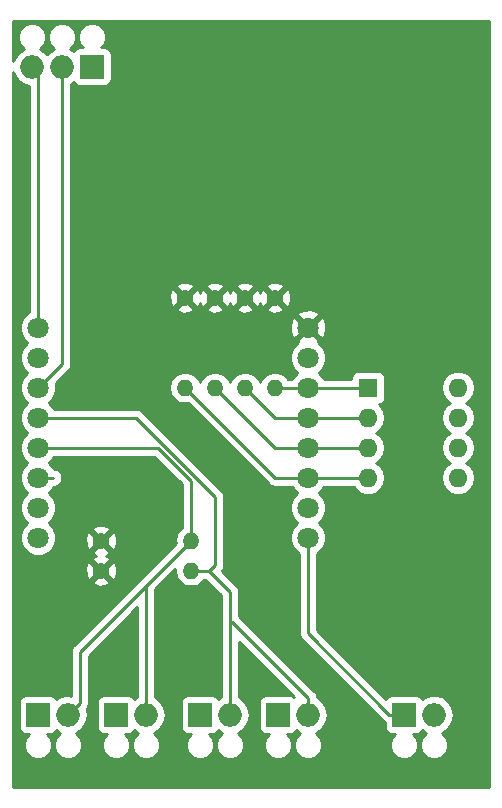
<source format=gtl>
G04 #@! TF.GenerationSoftware,KiCad,Pcbnew,5.0.2-bee76a0~70~ubuntu18.04.1*
G04 #@! TF.CreationDate,2019-04-08T15:23:50+01:00*
G04 #@! TF.ProjectId,Bump Stop,42756d70-2053-4746-9f70-2e6b69636164,rev?*
G04 #@! TF.SameCoordinates,Original*
G04 #@! TF.FileFunction,Copper,L1,Top*
G04 #@! TF.FilePolarity,Positive*
%FSLAX46Y46*%
G04 Gerber Fmt 4.6, Leading zero omitted, Abs format (unit mm)*
G04 Created by KiCad (PCBNEW 5.0.2-bee76a0~70~ubuntu18.04.1) date Mon Apr  8 15:23:50 2019*
%MOMM*%
%LPD*%
G01*
G04 APERTURE LIST*
G04 #@! TA.AperFunction,ComponentPad*
%ADD10C,1.800000*%
G04 #@! TD*
G04 #@! TA.AperFunction,ComponentPad*
%ADD11O,1.998980X1.998980*%
G04 #@! TD*
G04 #@! TA.AperFunction,ComponentPad*
%ADD12R,1.998980X1.998980*%
G04 #@! TD*
G04 #@! TA.AperFunction,ComponentPad*
%ADD13R,1.600000X1.600000*%
G04 #@! TD*
G04 #@! TA.AperFunction,ComponentPad*
%ADD14O,1.600000X1.600000*%
G04 #@! TD*
G04 #@! TA.AperFunction,ComponentPad*
%ADD15C,1.400000*%
G04 #@! TD*
G04 #@! TA.AperFunction,ComponentPad*
%ADD16O,1.400000X1.400000*%
G04 #@! TD*
G04 #@! TA.AperFunction,Conductor*
%ADD17C,0.250000*%
G04 #@! TD*
G04 #@! TA.AperFunction,Conductor*
%ADD18C,0.254000*%
G04 #@! TD*
G04 APERTURE END LIST*
D10*
G04 #@! TO.P,U1,8*
G04 #@! TO.N,Net-(U1-Pad8)*
X139954000Y-121666000D03*
G04 #@! TO.P,U1,9*
G04 #@! TO.N,Net-(J2-Pad1)*
X162814000Y-121666000D03*
G04 #@! TO.P,U1,7*
G04 #@! TO.N,Net-(U1-Pad7)*
X139954000Y-119126000D03*
G04 #@! TO.P,U1,10*
G04 #@! TO.N,Net-(U1-Pad10)*
X162814000Y-119126000D03*
G04 #@! TO.P,U1,6*
G04 #@! TO.N,Net-(U1-Pad6)*
X139954000Y-116586000D03*
G04 #@! TO.P,U1,11*
G04 #@! TO.N,Net-(R6-Pad2)*
X162814000Y-116586000D03*
G04 #@! TO.P,U1,5*
G04 #@! TO.N,Net-(J3-Pad2)*
X139954000Y-114046000D03*
G04 #@! TO.P,U1,12*
G04 #@! TO.N,Net-(R5-Pad2)*
X162814000Y-114046000D03*
G04 #@! TO.P,U1,4*
G04 #@! TO.N,Net-(J5-Pad2)*
X139954000Y-111506000D03*
G04 #@! TO.P,U1,13*
G04 #@! TO.N,Net-(R2-Pad2)*
X162814000Y-111506000D03*
G04 #@! TO.P,U1,3*
G04 #@! TO.N,Net-(J1-Pad2)*
X139954000Y-108966000D03*
G04 #@! TO.P,U1,14*
G04 #@! TO.N,Net-(R1-Pad2)*
X162814000Y-108966000D03*
G04 #@! TO.P,U1,2*
G04 #@! TO.N,GND*
X139954000Y-106426000D03*
G04 #@! TO.P,U1,15*
G04 #@! TO.N,Net-(U1-Pad15)*
X162814000Y-106426000D03*
G04 #@! TO.P,U1,1*
G04 #@! TO.N,+5V*
X139954000Y-103886000D03*
G04 #@! TO.P,U1,16*
G04 #@! TO.N,+3V3*
X162814000Y-103886000D03*
G04 #@! TD*
D11*
G04 #@! TO.P,J1,3*
G04 #@! TO.N,+5V*
X139446000Y-81788000D03*
D12*
G04 #@! TO.P,J1,1*
G04 #@! TO.N,GND*
X144526000Y-81788000D03*
D11*
G04 #@! TO.P,J1,2*
G04 #@! TO.N,Net-(J1-Pad2)*
X141986000Y-81788000D03*
G04 #@! TD*
G04 #@! TO.P,J2,2*
G04 #@! TO.N,GND*
X173482000Y-136652000D03*
D12*
G04 #@! TO.P,J2,1*
G04 #@! TO.N,Net-(J2-Pad1)*
X170942000Y-136652000D03*
G04 #@! TD*
D11*
G04 #@! TO.P,J3,2*
G04 #@! TO.N,Net-(J3-Pad2)*
X142494000Y-136652000D03*
D12*
G04 #@! TO.P,J3,1*
G04 #@! TO.N,GND*
X139954000Y-136652000D03*
G04 #@! TD*
D11*
G04 #@! TO.P,J4,2*
G04 #@! TO.N,Net-(J3-Pad2)*
X149098000Y-136652000D03*
D12*
G04 #@! TO.P,J4,1*
G04 #@! TO.N,GND*
X146558000Y-136652000D03*
G04 #@! TD*
D11*
G04 #@! TO.P,J5,2*
G04 #@! TO.N,Net-(J5-Pad2)*
X156210000Y-136652000D03*
D12*
G04 #@! TO.P,J5,1*
G04 #@! TO.N,GND*
X153670000Y-136652000D03*
G04 #@! TD*
D11*
G04 #@! TO.P,J6,2*
G04 #@! TO.N,Net-(J5-Pad2)*
X162814000Y-136652000D03*
D12*
G04 #@! TO.P,J6,1*
G04 #@! TO.N,GND*
X160274000Y-136652000D03*
G04 #@! TD*
D13*
G04 #@! TO.P,SW1,1*
G04 #@! TO.N,Net-(R1-Pad2)*
X167894000Y-108966000D03*
D14*
G04 #@! TO.P,SW1,5*
G04 #@! TO.N,GND*
X175514000Y-116586000D03*
G04 #@! TO.P,SW1,2*
G04 #@! TO.N,Net-(R2-Pad2)*
X167894000Y-111506000D03*
G04 #@! TO.P,SW1,6*
G04 #@! TO.N,GND*
X175514000Y-114046000D03*
G04 #@! TO.P,SW1,3*
G04 #@! TO.N,Net-(R5-Pad2)*
X167894000Y-114046000D03*
G04 #@! TO.P,SW1,7*
G04 #@! TO.N,GND*
X175514000Y-111506000D03*
G04 #@! TO.P,SW1,4*
G04 #@! TO.N,Net-(R6-Pad2)*
X167894000Y-116586000D03*
G04 #@! TO.P,SW1,8*
G04 #@! TO.N,GND*
X175514000Y-108966000D03*
G04 #@! TD*
D15*
G04 #@! TO.P,R1,1*
G04 #@! TO.N,+3V3*
X160020000Y-101346000D03*
D16*
G04 #@! TO.P,R1,2*
G04 #@! TO.N,Net-(R1-Pad2)*
X160020000Y-108966000D03*
G04 #@! TD*
D15*
G04 #@! TO.P,R2,1*
G04 #@! TO.N,+3V3*
X157480000Y-101346000D03*
D16*
G04 #@! TO.P,R2,2*
G04 #@! TO.N,Net-(R2-Pad2)*
X157480000Y-108966000D03*
G04 #@! TD*
D15*
G04 #@! TO.P,R3,1*
G04 #@! TO.N,+3V3*
X145288000Y-121920000D03*
D16*
G04 #@! TO.P,R3,2*
G04 #@! TO.N,Net-(J3-Pad2)*
X152908000Y-121920000D03*
G04 #@! TD*
D15*
G04 #@! TO.P,R4,1*
G04 #@! TO.N,+3V3*
X145288000Y-124460000D03*
D16*
G04 #@! TO.P,R4,2*
G04 #@! TO.N,Net-(J5-Pad2)*
X152908000Y-124460000D03*
G04 #@! TD*
D15*
G04 #@! TO.P,R5,1*
G04 #@! TO.N,+3V3*
X154940000Y-101346000D03*
D16*
G04 #@! TO.P,R5,2*
G04 #@! TO.N,Net-(R5-Pad2)*
X154940000Y-108966000D03*
G04 #@! TD*
D15*
G04 #@! TO.P,R6,1*
G04 #@! TO.N,+3V3*
X152400000Y-101346000D03*
D16*
G04 #@! TO.P,R6,2*
G04 #@! TO.N,Net-(R6-Pad2)*
X152400000Y-108966000D03*
G04 #@! TD*
D17*
G04 #@! TO.N,Net-(J1-Pad2)*
X141986000Y-106934000D02*
X139954000Y-108966000D01*
X141986000Y-81788000D02*
X141986000Y-106934000D01*
G04 #@! TO.N,+5V*
X139954000Y-82296000D02*
X139446000Y-81788000D01*
X139954000Y-103886000D02*
X139954000Y-82296000D01*
G04 #@! TO.N,Net-(J3-Pad2)*
X150114000Y-114046000D02*
X139954000Y-114046000D01*
X152908000Y-121920000D02*
X152908000Y-116840000D01*
X152908000Y-116840000D02*
X150114000Y-114046000D01*
X149098000Y-125730000D02*
X149098000Y-136652000D01*
X152908000Y-121920000D02*
X149098000Y-125730000D01*
X143493489Y-135652511D02*
X143493489Y-131334511D01*
X143493489Y-131334511D02*
X149098000Y-125730000D01*
X142494000Y-136652000D02*
X143493489Y-135652511D01*
G04 #@! TO.N,Net-(J5-Pad2)*
X152908000Y-124460000D02*
X153924000Y-124460000D01*
X153933001Y-124450999D02*
X154441001Y-124450999D01*
X153924000Y-124460000D02*
X153933001Y-124450999D01*
X154441001Y-124450999D02*
X154940000Y-123952000D01*
X141226792Y-111506000D02*
X139954000Y-111506000D01*
X148210410Y-111506000D02*
X141226792Y-111506000D01*
X154940000Y-118235590D02*
X148210410Y-111506000D01*
X154940000Y-123952000D02*
X154940000Y-118235590D01*
X154441001Y-124450999D02*
X154441001Y-124469001D01*
X154441001Y-124469001D02*
X156210000Y-126238000D01*
X156353492Y-128778000D02*
X156210000Y-128778000D01*
X162814000Y-136652000D02*
X162814000Y-135238508D01*
X162814000Y-135238508D02*
X156353492Y-128778000D01*
X156210000Y-126238000D02*
X156210000Y-128778000D01*
X156210000Y-128778000D02*
X156210000Y-136652000D01*
G04 #@! TO.N,Net-(R1-Pad2)*
X160020000Y-108966000D02*
X162814000Y-108966000D01*
X162814000Y-108966000D02*
X167894000Y-108966000D01*
G04 #@! TO.N,Net-(R2-Pad2)*
X160020000Y-111506000D02*
X162814000Y-111506000D01*
X157480000Y-108966000D02*
X160020000Y-111506000D01*
X164086792Y-111506000D02*
X167894000Y-111506000D01*
X162814000Y-111506000D02*
X164086792Y-111506000D01*
G04 #@! TO.N,Net-(R5-Pad2)*
X160020000Y-114046000D02*
X162814000Y-114046000D01*
X154940000Y-108966000D02*
X160020000Y-114046000D01*
X162814000Y-114046000D02*
X167894000Y-114046000D01*
G04 #@! TO.N,Net-(R6-Pad2)*
X160020000Y-116586000D02*
X162814000Y-116586000D01*
X152400000Y-108966000D02*
X160020000Y-116586000D01*
X162814000Y-116586000D02*
X167894000Y-116586000D01*
G04 #@! TO.N,Net-(J2-Pad1)*
X169692510Y-136652000D02*
X170942000Y-136652000D01*
X162814000Y-129773490D02*
X169692510Y-136652000D01*
X162814000Y-121666000D02*
X162814000Y-129773490D01*
G04 #@! TO.N,Net-(U1-Pad6)*
X139954000Y-116586000D02*
X141226792Y-116586000D01*
G04 #@! TD*
D18*
G04 #@! TO.N,+3V3*
G36*
X178106001Y-142800000D02*
X137870000Y-142800000D01*
X137870000Y-125395275D01*
X144532331Y-125395275D01*
X144594169Y-125631042D01*
X145095122Y-125807419D01*
X145625440Y-125778664D01*
X145981831Y-125631042D01*
X146043669Y-125395275D01*
X145288000Y-124639605D01*
X144532331Y-125395275D01*
X137870000Y-125395275D01*
X137870000Y-124267122D01*
X143940581Y-124267122D01*
X143969336Y-124797440D01*
X144116958Y-125153831D01*
X144352725Y-125215669D01*
X145108395Y-124460000D01*
X145467605Y-124460000D01*
X146223275Y-125215669D01*
X146459042Y-125153831D01*
X146635419Y-124652878D01*
X146606664Y-124122560D01*
X146459042Y-123766169D01*
X146223275Y-123704331D01*
X145467605Y-124460000D01*
X145108395Y-124460000D01*
X144352725Y-123704331D01*
X144116958Y-123766169D01*
X143940581Y-124267122D01*
X137870000Y-124267122D01*
X137870000Y-82243028D01*
X137906345Y-82425746D01*
X138267599Y-82966401D01*
X138808254Y-83327655D01*
X139194001Y-83404385D01*
X139194000Y-102539331D01*
X139084493Y-102584690D01*
X138652690Y-103016493D01*
X138419000Y-103580670D01*
X138419000Y-104191330D01*
X138652690Y-104755507D01*
X139053183Y-105156000D01*
X138652690Y-105556493D01*
X138419000Y-106120670D01*
X138419000Y-106731330D01*
X138652690Y-107295507D01*
X139053183Y-107696000D01*
X138652690Y-108096493D01*
X138419000Y-108660670D01*
X138419000Y-109271330D01*
X138652690Y-109835507D01*
X139053183Y-110236000D01*
X138652690Y-110636493D01*
X138419000Y-111200670D01*
X138419000Y-111811330D01*
X138652690Y-112375507D01*
X139053183Y-112776000D01*
X138652690Y-113176493D01*
X138419000Y-113740670D01*
X138419000Y-114351330D01*
X138652690Y-114915507D01*
X139053183Y-115316000D01*
X138652690Y-115716493D01*
X138419000Y-116280670D01*
X138419000Y-116891330D01*
X138652690Y-117455507D01*
X139053183Y-117856000D01*
X138652690Y-118256493D01*
X138419000Y-118820670D01*
X138419000Y-119431330D01*
X138652690Y-119995507D01*
X139053183Y-120396000D01*
X138652690Y-120796493D01*
X138419000Y-121360670D01*
X138419000Y-121971330D01*
X138652690Y-122535507D01*
X139084493Y-122967310D01*
X139648670Y-123201000D01*
X140259330Y-123201000D01*
X140823507Y-122967310D01*
X140935542Y-122855275D01*
X144532331Y-122855275D01*
X144594169Y-123091042D01*
X144852445Y-123181977D01*
X144594169Y-123288958D01*
X144532331Y-123524725D01*
X145288000Y-124280395D01*
X146043669Y-123524725D01*
X145981831Y-123288958D01*
X145723555Y-123198023D01*
X145981831Y-123091042D01*
X146043669Y-122855275D01*
X145288000Y-122099605D01*
X144532331Y-122855275D01*
X140935542Y-122855275D01*
X141255310Y-122535507D01*
X141489000Y-121971330D01*
X141489000Y-121727122D01*
X143940581Y-121727122D01*
X143969336Y-122257440D01*
X144116958Y-122613831D01*
X144352725Y-122675669D01*
X145108395Y-121920000D01*
X145467605Y-121920000D01*
X146223275Y-122675669D01*
X146459042Y-122613831D01*
X146635419Y-122112878D01*
X146606664Y-121582560D01*
X146459042Y-121226169D01*
X146223275Y-121164331D01*
X145467605Y-121920000D01*
X145108395Y-121920000D01*
X144352725Y-121164331D01*
X144116958Y-121226169D01*
X143940581Y-121727122D01*
X141489000Y-121727122D01*
X141489000Y-121360670D01*
X141333279Y-120984725D01*
X144532331Y-120984725D01*
X145288000Y-121740395D01*
X146043669Y-120984725D01*
X145981831Y-120748958D01*
X145480878Y-120572581D01*
X144950560Y-120601336D01*
X144594169Y-120748958D01*
X144532331Y-120984725D01*
X141333279Y-120984725D01*
X141255310Y-120796493D01*
X140854817Y-120396000D01*
X141255310Y-119995507D01*
X141489000Y-119431330D01*
X141489000Y-118820670D01*
X141255310Y-118256493D01*
X140854817Y-117856000D01*
X141255310Y-117455507D01*
X141300669Y-117346000D01*
X141301644Y-117346000D01*
X141523329Y-117301904D01*
X141774721Y-117133929D01*
X141942696Y-116882537D01*
X142001681Y-116586000D01*
X141942696Y-116289463D01*
X141774721Y-116038071D01*
X141523329Y-115870096D01*
X141301644Y-115826000D01*
X141300669Y-115826000D01*
X141255310Y-115716493D01*
X140854817Y-115316000D01*
X141255310Y-114915507D01*
X141300669Y-114806000D01*
X149799199Y-114806000D01*
X152148001Y-117154803D01*
X152148000Y-120822225D01*
X151945519Y-120957519D01*
X151650458Y-121399109D01*
X151546846Y-121920000D01*
X151594355Y-122158843D01*
X148613532Y-125139667D01*
X148613526Y-125139671D01*
X148613524Y-125139673D01*
X148550071Y-125182071D01*
X148507673Y-125245524D01*
X143009017Y-130744182D01*
X142945561Y-130786582D01*
X142903161Y-130850038D01*
X142903160Y-130850039D01*
X142777586Y-131037974D01*
X142718601Y-131334511D01*
X142733490Y-131409363D01*
X142733489Y-135033126D01*
X142654980Y-135017510D01*
X142333020Y-135017510D01*
X141856254Y-135112345D01*
X141510595Y-135343307D01*
X141411299Y-135194701D01*
X141201255Y-135054353D01*
X140953490Y-135005070D01*
X138954510Y-135005070D01*
X138706745Y-135054353D01*
X138496701Y-135194701D01*
X138356353Y-135404745D01*
X138307070Y-135652510D01*
X138307070Y-137651490D01*
X138356353Y-137899255D01*
X138496701Y-138109299D01*
X138706745Y-138249647D01*
X138954510Y-138298930D01*
X139171226Y-138298930D01*
X138949405Y-138520751D01*
X138769000Y-138956289D01*
X138769000Y-139427711D01*
X138949405Y-139863249D01*
X139282751Y-140196595D01*
X139718289Y-140377000D01*
X140189711Y-140377000D01*
X140625249Y-140196595D01*
X140958595Y-139863249D01*
X141139000Y-139427711D01*
X141139000Y-138956289D01*
X140958595Y-138520751D01*
X140736774Y-138298930D01*
X140953490Y-138298930D01*
X141201255Y-138249647D01*
X141411299Y-138109299D01*
X141510595Y-137960693D01*
X141839506Y-138180465D01*
X141822751Y-138187405D01*
X141489405Y-138520751D01*
X141309000Y-138956289D01*
X141309000Y-139427711D01*
X141489405Y-139863249D01*
X141822751Y-140196595D01*
X142258289Y-140377000D01*
X142729711Y-140377000D01*
X143165249Y-140196595D01*
X143498595Y-139863249D01*
X143679000Y-139427711D01*
X143679000Y-138956289D01*
X143498595Y-138520751D01*
X143165249Y-138187405D01*
X143148494Y-138180465D01*
X143672401Y-137830401D01*
X144033655Y-137289746D01*
X144160511Y-136652000D01*
X144063975Y-136166681D01*
X144209393Y-135949048D01*
X144253489Y-135727363D01*
X144253489Y-135727358D01*
X144268377Y-135652511D01*
X144253489Y-135577664D01*
X144253489Y-131649312D01*
X148338000Y-127564802D01*
X148338001Y-135194032D01*
X148114595Y-135343307D01*
X148015299Y-135194701D01*
X147805255Y-135054353D01*
X147557490Y-135005070D01*
X145558510Y-135005070D01*
X145310745Y-135054353D01*
X145100701Y-135194701D01*
X144960353Y-135404745D01*
X144911070Y-135652510D01*
X144911070Y-137651490D01*
X144960353Y-137899255D01*
X145100701Y-138109299D01*
X145310745Y-138249647D01*
X145558510Y-138298930D01*
X145775226Y-138298930D01*
X145553405Y-138520751D01*
X145373000Y-138956289D01*
X145373000Y-139427711D01*
X145553405Y-139863249D01*
X145886751Y-140196595D01*
X146322289Y-140377000D01*
X146793711Y-140377000D01*
X147229249Y-140196595D01*
X147562595Y-139863249D01*
X147743000Y-139427711D01*
X147743000Y-138956289D01*
X147562595Y-138520751D01*
X147340774Y-138298930D01*
X147557490Y-138298930D01*
X147805255Y-138249647D01*
X148015299Y-138109299D01*
X148114595Y-137960693D01*
X148443506Y-138180465D01*
X148426751Y-138187405D01*
X148093405Y-138520751D01*
X147913000Y-138956289D01*
X147913000Y-139427711D01*
X148093405Y-139863249D01*
X148426751Y-140196595D01*
X148862289Y-140377000D01*
X149333711Y-140377000D01*
X149769249Y-140196595D01*
X150102595Y-139863249D01*
X150283000Y-139427711D01*
X150283000Y-138956289D01*
X150102595Y-138520751D01*
X149769249Y-138187405D01*
X149752494Y-138180465D01*
X150276401Y-137830401D01*
X150637655Y-137289746D01*
X150764511Y-136652000D01*
X150637655Y-136014254D01*
X150276401Y-135473599D01*
X149858000Y-135194032D01*
X149858000Y-126044801D01*
X151572681Y-124330121D01*
X151546846Y-124460000D01*
X151650458Y-124980891D01*
X151945519Y-125422481D01*
X152387109Y-125717542D01*
X152776515Y-125795000D01*
X153039485Y-125795000D01*
X153428891Y-125717542D01*
X153870481Y-125422481D01*
X154006836Y-125218412D01*
X154044103Y-125210999D01*
X154108198Y-125210999D01*
X155450000Y-126552803D01*
X155450001Y-128703143D01*
X155435111Y-128778000D01*
X155450000Y-128852852D01*
X155450001Y-135194032D01*
X155226595Y-135343307D01*
X155127299Y-135194701D01*
X154917255Y-135054353D01*
X154669490Y-135005070D01*
X152670510Y-135005070D01*
X152422745Y-135054353D01*
X152212701Y-135194701D01*
X152072353Y-135404745D01*
X152023070Y-135652510D01*
X152023070Y-137651490D01*
X152072353Y-137899255D01*
X152212701Y-138109299D01*
X152422745Y-138249647D01*
X152670510Y-138298930D01*
X152887226Y-138298930D01*
X152665405Y-138520751D01*
X152485000Y-138956289D01*
X152485000Y-139427711D01*
X152665405Y-139863249D01*
X152998751Y-140196595D01*
X153434289Y-140377000D01*
X153905711Y-140377000D01*
X154341249Y-140196595D01*
X154674595Y-139863249D01*
X154855000Y-139427711D01*
X154855000Y-138956289D01*
X154674595Y-138520751D01*
X154452774Y-138298930D01*
X154669490Y-138298930D01*
X154917255Y-138249647D01*
X155127299Y-138109299D01*
X155226595Y-137960693D01*
X155555506Y-138180465D01*
X155538751Y-138187405D01*
X155205405Y-138520751D01*
X155025000Y-138956289D01*
X155025000Y-139427711D01*
X155205405Y-139863249D01*
X155538751Y-140196595D01*
X155974289Y-140377000D01*
X156445711Y-140377000D01*
X156881249Y-140196595D01*
X157214595Y-139863249D01*
X157395000Y-139427711D01*
X157395000Y-138956289D01*
X157214595Y-138520751D01*
X156881249Y-138187405D01*
X156864494Y-138180465D01*
X157388401Y-137830401D01*
X157749655Y-137289746D01*
X157876511Y-136652000D01*
X157749655Y-136014254D01*
X157388401Y-135473599D01*
X156970000Y-135194032D01*
X156970000Y-130469309D01*
X161623083Y-135122393D01*
X161521255Y-135054353D01*
X161273490Y-135005070D01*
X159274510Y-135005070D01*
X159026745Y-135054353D01*
X158816701Y-135194701D01*
X158676353Y-135404745D01*
X158627070Y-135652510D01*
X158627070Y-137651490D01*
X158676353Y-137899255D01*
X158816701Y-138109299D01*
X159026745Y-138249647D01*
X159274510Y-138298930D01*
X159491226Y-138298930D01*
X159269405Y-138520751D01*
X159089000Y-138956289D01*
X159089000Y-139427711D01*
X159269405Y-139863249D01*
X159602751Y-140196595D01*
X160038289Y-140377000D01*
X160509711Y-140377000D01*
X160945249Y-140196595D01*
X161278595Y-139863249D01*
X161459000Y-139427711D01*
X161459000Y-138956289D01*
X161278595Y-138520751D01*
X161056774Y-138298930D01*
X161273490Y-138298930D01*
X161521255Y-138249647D01*
X161731299Y-138109299D01*
X161830595Y-137960693D01*
X162159506Y-138180465D01*
X162142751Y-138187405D01*
X161809405Y-138520751D01*
X161629000Y-138956289D01*
X161629000Y-139427711D01*
X161809405Y-139863249D01*
X162142751Y-140196595D01*
X162578289Y-140377000D01*
X163049711Y-140377000D01*
X163485249Y-140196595D01*
X163818595Y-139863249D01*
X163999000Y-139427711D01*
X163999000Y-138956289D01*
X163818595Y-138520751D01*
X163485249Y-138187405D01*
X163468494Y-138180465D01*
X163992401Y-137830401D01*
X164353655Y-137289746D01*
X164480511Y-136652000D01*
X164353655Y-136014254D01*
X163992401Y-135473599D01*
X163580967Y-135198688D01*
X163574000Y-135163660D01*
X163574000Y-135163656D01*
X163529904Y-134941971D01*
X163361929Y-134690579D01*
X163298473Y-134648179D01*
X156970000Y-128319707D01*
X156970000Y-126312846D01*
X156984888Y-126237999D01*
X156970000Y-126163152D01*
X156970000Y-126163148D01*
X156925904Y-125941463D01*
X156836339Y-125807419D01*
X156800329Y-125753526D01*
X156800327Y-125753524D01*
X156757929Y-125690071D01*
X156694476Y-125647673D01*
X155511482Y-124464680D01*
X155655904Y-124248537D01*
X155700000Y-124026852D01*
X155700000Y-124026848D01*
X155714888Y-123952001D01*
X155700000Y-123877154D01*
X155700000Y-118310436D01*
X155714888Y-118235589D01*
X155700000Y-118160742D01*
X155700000Y-118160738D01*
X155655904Y-117939053D01*
X155579489Y-117824690D01*
X155530329Y-117751116D01*
X155530327Y-117751114D01*
X155487929Y-117687661D01*
X155424476Y-117645263D01*
X148800741Y-111021530D01*
X148758339Y-110958071D01*
X148506947Y-110790096D01*
X148285262Y-110746000D01*
X148285257Y-110746000D01*
X148210410Y-110731112D01*
X148135563Y-110746000D01*
X141300669Y-110746000D01*
X141255310Y-110636493D01*
X140854817Y-110236000D01*
X141255310Y-109835507D01*
X141489000Y-109271330D01*
X141489000Y-108966000D01*
X151038846Y-108966000D01*
X151142458Y-109486891D01*
X151437519Y-109928481D01*
X151879109Y-110223542D01*
X152268515Y-110301000D01*
X152531485Y-110301000D01*
X152638844Y-110279645D01*
X159429673Y-117070476D01*
X159472071Y-117133929D01*
X159535524Y-117176327D01*
X159535526Y-117176329D01*
X159660902Y-117260102D01*
X159723463Y-117301904D01*
X159945148Y-117346000D01*
X159945152Y-117346000D01*
X160019999Y-117360888D01*
X160094846Y-117346000D01*
X161467331Y-117346000D01*
X161512690Y-117455507D01*
X161913183Y-117856000D01*
X161512690Y-118256493D01*
X161279000Y-118820670D01*
X161279000Y-119431330D01*
X161512690Y-119995507D01*
X161913183Y-120396000D01*
X161512690Y-120796493D01*
X161279000Y-121360670D01*
X161279000Y-121971330D01*
X161512690Y-122535507D01*
X161944493Y-122967310D01*
X162054000Y-123012669D01*
X162054001Y-129698638D01*
X162039112Y-129773490D01*
X162054001Y-129848342D01*
X162098097Y-130070027D01*
X162266072Y-130321419D01*
X162329528Y-130363819D01*
X169102181Y-137136473D01*
X169144581Y-137199929D01*
X169295070Y-137300483D01*
X169295070Y-137651490D01*
X169344353Y-137899255D01*
X169484701Y-138109299D01*
X169694745Y-138249647D01*
X169942510Y-138298930D01*
X170159226Y-138298930D01*
X169937405Y-138520751D01*
X169757000Y-138956289D01*
X169757000Y-139427711D01*
X169937405Y-139863249D01*
X170270751Y-140196595D01*
X170706289Y-140377000D01*
X171177711Y-140377000D01*
X171613249Y-140196595D01*
X171946595Y-139863249D01*
X172127000Y-139427711D01*
X172127000Y-138956289D01*
X171946595Y-138520751D01*
X171724774Y-138298930D01*
X171941490Y-138298930D01*
X172189255Y-138249647D01*
X172399299Y-138109299D01*
X172498595Y-137960693D01*
X172827506Y-138180465D01*
X172810751Y-138187405D01*
X172477405Y-138520751D01*
X172297000Y-138956289D01*
X172297000Y-139427711D01*
X172477405Y-139863249D01*
X172810751Y-140196595D01*
X173246289Y-140377000D01*
X173717711Y-140377000D01*
X174153249Y-140196595D01*
X174486595Y-139863249D01*
X174667000Y-139427711D01*
X174667000Y-138956289D01*
X174486595Y-138520751D01*
X174153249Y-138187405D01*
X174136494Y-138180465D01*
X174660401Y-137830401D01*
X175021655Y-137289746D01*
X175148511Y-136652000D01*
X175021655Y-136014254D01*
X174660401Y-135473599D01*
X174119746Y-135112345D01*
X173642980Y-135017510D01*
X173321020Y-135017510D01*
X172844254Y-135112345D01*
X172498595Y-135343307D01*
X172399299Y-135194701D01*
X172189255Y-135054353D01*
X171941490Y-135005070D01*
X169942510Y-135005070D01*
X169694745Y-135054353D01*
X169484701Y-135194701D01*
X169414730Y-135299419D01*
X163574000Y-129458689D01*
X163574000Y-123012669D01*
X163683507Y-122967310D01*
X164115310Y-122535507D01*
X164349000Y-121971330D01*
X164349000Y-121360670D01*
X164115310Y-120796493D01*
X163714817Y-120396000D01*
X164115310Y-119995507D01*
X164349000Y-119431330D01*
X164349000Y-118820670D01*
X164115310Y-118256493D01*
X163714817Y-117856000D01*
X164115310Y-117455507D01*
X164160669Y-117346000D01*
X166675957Y-117346000D01*
X166859423Y-117620577D01*
X167334091Y-117937740D01*
X167752667Y-118021000D01*
X168035333Y-118021000D01*
X168453909Y-117937740D01*
X168928577Y-117620577D01*
X169245740Y-117145909D01*
X169357113Y-116586000D01*
X169245740Y-116026091D01*
X168928577Y-115551423D01*
X168576242Y-115316000D01*
X168928577Y-115080577D01*
X169245740Y-114605909D01*
X169357113Y-114046000D01*
X169245740Y-113486091D01*
X168928577Y-113011423D01*
X168576242Y-112776000D01*
X168928577Y-112540577D01*
X169245740Y-112065909D01*
X169357113Y-111506000D01*
X169245740Y-110946091D01*
X168928577Y-110471423D01*
X168807894Y-110390785D01*
X168941765Y-110364157D01*
X169151809Y-110223809D01*
X169292157Y-110013765D01*
X169341440Y-109766000D01*
X169341440Y-108966000D01*
X174050887Y-108966000D01*
X174162260Y-109525909D01*
X174479423Y-110000577D01*
X174831758Y-110236000D01*
X174479423Y-110471423D01*
X174162260Y-110946091D01*
X174050887Y-111506000D01*
X174162260Y-112065909D01*
X174479423Y-112540577D01*
X174831758Y-112776000D01*
X174479423Y-113011423D01*
X174162260Y-113486091D01*
X174050887Y-114046000D01*
X174162260Y-114605909D01*
X174479423Y-115080577D01*
X174831758Y-115316000D01*
X174479423Y-115551423D01*
X174162260Y-116026091D01*
X174050887Y-116586000D01*
X174162260Y-117145909D01*
X174479423Y-117620577D01*
X174954091Y-117937740D01*
X175372667Y-118021000D01*
X175655333Y-118021000D01*
X176073909Y-117937740D01*
X176548577Y-117620577D01*
X176865740Y-117145909D01*
X176977113Y-116586000D01*
X176865740Y-116026091D01*
X176548577Y-115551423D01*
X176196242Y-115316000D01*
X176548577Y-115080577D01*
X176865740Y-114605909D01*
X176977113Y-114046000D01*
X176865740Y-113486091D01*
X176548577Y-113011423D01*
X176196242Y-112776000D01*
X176548577Y-112540577D01*
X176865740Y-112065909D01*
X176977113Y-111506000D01*
X176865740Y-110946091D01*
X176548577Y-110471423D01*
X176196242Y-110236000D01*
X176548577Y-110000577D01*
X176865740Y-109525909D01*
X176977113Y-108966000D01*
X176865740Y-108406091D01*
X176548577Y-107931423D01*
X176073909Y-107614260D01*
X175655333Y-107531000D01*
X175372667Y-107531000D01*
X174954091Y-107614260D01*
X174479423Y-107931423D01*
X174162260Y-108406091D01*
X174050887Y-108966000D01*
X169341440Y-108966000D01*
X169341440Y-108166000D01*
X169292157Y-107918235D01*
X169151809Y-107708191D01*
X168941765Y-107567843D01*
X168694000Y-107518560D01*
X167094000Y-107518560D01*
X166846235Y-107567843D01*
X166636191Y-107708191D01*
X166495843Y-107918235D01*
X166446560Y-108166000D01*
X166446560Y-108206000D01*
X164160669Y-108206000D01*
X164115310Y-108096493D01*
X163714817Y-107696000D01*
X164115310Y-107295507D01*
X164349000Y-106731330D01*
X164349000Y-106120670D01*
X164115310Y-105556493D01*
X163683507Y-105124690D01*
X163663885Y-105116562D01*
X163714554Y-104966159D01*
X162814000Y-104065605D01*
X161913446Y-104966159D01*
X161964115Y-105116562D01*
X161944493Y-105124690D01*
X161512690Y-105556493D01*
X161279000Y-106120670D01*
X161279000Y-106731330D01*
X161512690Y-107295507D01*
X161913183Y-107696000D01*
X161512690Y-108096493D01*
X161467331Y-108206000D01*
X161117774Y-108206000D01*
X160982481Y-108003519D01*
X160540891Y-107708458D01*
X160151485Y-107631000D01*
X159888515Y-107631000D01*
X159499109Y-107708458D01*
X159057519Y-108003519D01*
X158762458Y-108445109D01*
X158750000Y-108507739D01*
X158737542Y-108445109D01*
X158442481Y-108003519D01*
X158000891Y-107708458D01*
X157611485Y-107631000D01*
X157348515Y-107631000D01*
X156959109Y-107708458D01*
X156517519Y-108003519D01*
X156222458Y-108445109D01*
X156210000Y-108507739D01*
X156197542Y-108445109D01*
X155902481Y-108003519D01*
X155460891Y-107708458D01*
X155071485Y-107631000D01*
X154808515Y-107631000D01*
X154419109Y-107708458D01*
X153977519Y-108003519D01*
X153682458Y-108445109D01*
X153670000Y-108507739D01*
X153657542Y-108445109D01*
X153362481Y-108003519D01*
X152920891Y-107708458D01*
X152531485Y-107631000D01*
X152268515Y-107631000D01*
X151879109Y-107708458D01*
X151437519Y-108003519D01*
X151142458Y-108445109D01*
X151038846Y-108966000D01*
X141489000Y-108966000D01*
X141489000Y-108660670D01*
X141443640Y-108551161D01*
X142470473Y-107524329D01*
X142533929Y-107481929D01*
X142701904Y-107230537D01*
X142746000Y-107008852D01*
X142746000Y-107008847D01*
X142760888Y-106934000D01*
X142746000Y-106859153D01*
X142746000Y-103645336D01*
X161267542Y-103645336D01*
X161293161Y-104255460D01*
X161477357Y-104700148D01*
X161733841Y-104786554D01*
X162634395Y-103886000D01*
X162993605Y-103886000D01*
X163894159Y-104786554D01*
X164150643Y-104700148D01*
X164360458Y-104126664D01*
X164334839Y-103516540D01*
X164150643Y-103071852D01*
X163894159Y-102985446D01*
X162993605Y-103886000D01*
X162634395Y-103886000D01*
X161733841Y-102985446D01*
X161477357Y-103071852D01*
X161267542Y-103645336D01*
X142746000Y-103645336D01*
X142746000Y-102805841D01*
X161913446Y-102805841D01*
X162814000Y-103706395D01*
X163714554Y-102805841D01*
X163628148Y-102549357D01*
X163054664Y-102339542D01*
X162444540Y-102365161D01*
X161999852Y-102549357D01*
X161913446Y-102805841D01*
X142746000Y-102805841D01*
X142746000Y-102281275D01*
X151644331Y-102281275D01*
X151706169Y-102517042D01*
X152207122Y-102693419D01*
X152737440Y-102664664D01*
X153093831Y-102517042D01*
X153155669Y-102281275D01*
X154184331Y-102281275D01*
X154246169Y-102517042D01*
X154747122Y-102693419D01*
X155277440Y-102664664D01*
X155633831Y-102517042D01*
X155695669Y-102281275D01*
X156724331Y-102281275D01*
X156786169Y-102517042D01*
X157287122Y-102693419D01*
X157817440Y-102664664D01*
X158173831Y-102517042D01*
X158235669Y-102281275D01*
X159264331Y-102281275D01*
X159326169Y-102517042D01*
X159827122Y-102693419D01*
X160357440Y-102664664D01*
X160713831Y-102517042D01*
X160775669Y-102281275D01*
X160020000Y-101525605D01*
X159264331Y-102281275D01*
X158235669Y-102281275D01*
X157480000Y-101525605D01*
X156724331Y-102281275D01*
X155695669Y-102281275D01*
X154940000Y-101525605D01*
X154184331Y-102281275D01*
X153155669Y-102281275D01*
X152400000Y-101525605D01*
X151644331Y-102281275D01*
X142746000Y-102281275D01*
X142746000Y-101153122D01*
X151052581Y-101153122D01*
X151081336Y-101683440D01*
X151228958Y-102039831D01*
X151464725Y-102101669D01*
X152220395Y-101346000D01*
X152579605Y-101346000D01*
X153335275Y-102101669D01*
X153571042Y-102039831D01*
X153661977Y-101781555D01*
X153768958Y-102039831D01*
X154004725Y-102101669D01*
X154760395Y-101346000D01*
X155119605Y-101346000D01*
X155875275Y-102101669D01*
X156111042Y-102039831D01*
X156201977Y-101781555D01*
X156308958Y-102039831D01*
X156544725Y-102101669D01*
X157300395Y-101346000D01*
X157659605Y-101346000D01*
X158415275Y-102101669D01*
X158651042Y-102039831D01*
X158741977Y-101781555D01*
X158848958Y-102039831D01*
X159084725Y-102101669D01*
X159840395Y-101346000D01*
X160199605Y-101346000D01*
X160955275Y-102101669D01*
X161191042Y-102039831D01*
X161367419Y-101538878D01*
X161338664Y-101008560D01*
X161191042Y-100652169D01*
X160955275Y-100590331D01*
X160199605Y-101346000D01*
X159840395Y-101346000D01*
X159084725Y-100590331D01*
X158848958Y-100652169D01*
X158758023Y-100910445D01*
X158651042Y-100652169D01*
X158415275Y-100590331D01*
X157659605Y-101346000D01*
X157300395Y-101346000D01*
X156544725Y-100590331D01*
X156308958Y-100652169D01*
X156218023Y-100910445D01*
X156111042Y-100652169D01*
X155875275Y-100590331D01*
X155119605Y-101346000D01*
X154760395Y-101346000D01*
X154004725Y-100590331D01*
X153768958Y-100652169D01*
X153678023Y-100910445D01*
X153571042Y-100652169D01*
X153335275Y-100590331D01*
X152579605Y-101346000D01*
X152220395Y-101346000D01*
X151464725Y-100590331D01*
X151228958Y-100652169D01*
X151052581Y-101153122D01*
X142746000Y-101153122D01*
X142746000Y-100410725D01*
X151644331Y-100410725D01*
X152400000Y-101166395D01*
X153155669Y-100410725D01*
X154184331Y-100410725D01*
X154940000Y-101166395D01*
X155695669Y-100410725D01*
X156724331Y-100410725D01*
X157480000Y-101166395D01*
X158235669Y-100410725D01*
X159264331Y-100410725D01*
X160020000Y-101166395D01*
X160775669Y-100410725D01*
X160713831Y-100174958D01*
X160212878Y-99998581D01*
X159682560Y-100027336D01*
X159326169Y-100174958D01*
X159264331Y-100410725D01*
X158235669Y-100410725D01*
X158173831Y-100174958D01*
X157672878Y-99998581D01*
X157142560Y-100027336D01*
X156786169Y-100174958D01*
X156724331Y-100410725D01*
X155695669Y-100410725D01*
X155633831Y-100174958D01*
X155132878Y-99998581D01*
X154602560Y-100027336D01*
X154246169Y-100174958D01*
X154184331Y-100410725D01*
X153155669Y-100410725D01*
X153093831Y-100174958D01*
X152592878Y-99998581D01*
X152062560Y-100027336D01*
X151706169Y-100174958D01*
X151644331Y-100410725D01*
X142746000Y-100410725D01*
X142746000Y-83245968D01*
X142969405Y-83096693D01*
X143068701Y-83245299D01*
X143278745Y-83385647D01*
X143526510Y-83434930D01*
X145525490Y-83434930D01*
X145773255Y-83385647D01*
X145983299Y-83245299D01*
X146123647Y-83035255D01*
X146172930Y-82787490D01*
X146172930Y-80788510D01*
X146123647Y-80540745D01*
X145983299Y-80330701D01*
X145773255Y-80190353D01*
X145525490Y-80141070D01*
X145308774Y-80141070D01*
X145530595Y-79919249D01*
X145711000Y-79483711D01*
X145711000Y-79012289D01*
X145530595Y-78576751D01*
X145197249Y-78243405D01*
X144761711Y-78063000D01*
X144290289Y-78063000D01*
X143854751Y-78243405D01*
X143521405Y-78576751D01*
X143341000Y-79012289D01*
X143341000Y-79483711D01*
X143521405Y-79919249D01*
X143743226Y-80141070D01*
X143526510Y-80141070D01*
X143278745Y-80190353D01*
X143068701Y-80330701D01*
X142969405Y-80479307D01*
X142640494Y-80259535D01*
X142657249Y-80252595D01*
X142990595Y-79919249D01*
X143171000Y-79483711D01*
X143171000Y-79012289D01*
X142990595Y-78576751D01*
X142657249Y-78243405D01*
X142221711Y-78063000D01*
X141750289Y-78063000D01*
X141314751Y-78243405D01*
X140981405Y-78576751D01*
X140801000Y-79012289D01*
X140801000Y-79483711D01*
X140981405Y-79919249D01*
X141314751Y-80252595D01*
X141331506Y-80259535D01*
X140807599Y-80609599D01*
X140716000Y-80746687D01*
X140624401Y-80609599D01*
X140100494Y-80259535D01*
X140117249Y-80252595D01*
X140450595Y-79919249D01*
X140631000Y-79483711D01*
X140631000Y-79012289D01*
X140450595Y-78576751D01*
X140117249Y-78243405D01*
X139681711Y-78063000D01*
X139210289Y-78063000D01*
X138774751Y-78243405D01*
X138441405Y-78576751D01*
X138261000Y-79012289D01*
X138261000Y-79483711D01*
X138441405Y-79919249D01*
X138774751Y-80252595D01*
X138791506Y-80259535D01*
X138267599Y-80609599D01*
X137906345Y-81150254D01*
X137870000Y-81332972D01*
X137870000Y-77926000D01*
X178106000Y-77926000D01*
X178106001Y-142800000D01*
X178106001Y-142800000D01*
G37*
X178106001Y-142800000D02*
X137870000Y-142800000D01*
X137870000Y-125395275D01*
X144532331Y-125395275D01*
X144594169Y-125631042D01*
X145095122Y-125807419D01*
X145625440Y-125778664D01*
X145981831Y-125631042D01*
X146043669Y-125395275D01*
X145288000Y-124639605D01*
X144532331Y-125395275D01*
X137870000Y-125395275D01*
X137870000Y-124267122D01*
X143940581Y-124267122D01*
X143969336Y-124797440D01*
X144116958Y-125153831D01*
X144352725Y-125215669D01*
X145108395Y-124460000D01*
X145467605Y-124460000D01*
X146223275Y-125215669D01*
X146459042Y-125153831D01*
X146635419Y-124652878D01*
X146606664Y-124122560D01*
X146459042Y-123766169D01*
X146223275Y-123704331D01*
X145467605Y-124460000D01*
X145108395Y-124460000D01*
X144352725Y-123704331D01*
X144116958Y-123766169D01*
X143940581Y-124267122D01*
X137870000Y-124267122D01*
X137870000Y-82243028D01*
X137906345Y-82425746D01*
X138267599Y-82966401D01*
X138808254Y-83327655D01*
X139194001Y-83404385D01*
X139194000Y-102539331D01*
X139084493Y-102584690D01*
X138652690Y-103016493D01*
X138419000Y-103580670D01*
X138419000Y-104191330D01*
X138652690Y-104755507D01*
X139053183Y-105156000D01*
X138652690Y-105556493D01*
X138419000Y-106120670D01*
X138419000Y-106731330D01*
X138652690Y-107295507D01*
X139053183Y-107696000D01*
X138652690Y-108096493D01*
X138419000Y-108660670D01*
X138419000Y-109271330D01*
X138652690Y-109835507D01*
X139053183Y-110236000D01*
X138652690Y-110636493D01*
X138419000Y-111200670D01*
X138419000Y-111811330D01*
X138652690Y-112375507D01*
X139053183Y-112776000D01*
X138652690Y-113176493D01*
X138419000Y-113740670D01*
X138419000Y-114351330D01*
X138652690Y-114915507D01*
X139053183Y-115316000D01*
X138652690Y-115716493D01*
X138419000Y-116280670D01*
X138419000Y-116891330D01*
X138652690Y-117455507D01*
X139053183Y-117856000D01*
X138652690Y-118256493D01*
X138419000Y-118820670D01*
X138419000Y-119431330D01*
X138652690Y-119995507D01*
X139053183Y-120396000D01*
X138652690Y-120796493D01*
X138419000Y-121360670D01*
X138419000Y-121971330D01*
X138652690Y-122535507D01*
X139084493Y-122967310D01*
X139648670Y-123201000D01*
X140259330Y-123201000D01*
X140823507Y-122967310D01*
X140935542Y-122855275D01*
X144532331Y-122855275D01*
X144594169Y-123091042D01*
X144852445Y-123181977D01*
X144594169Y-123288958D01*
X144532331Y-123524725D01*
X145288000Y-124280395D01*
X146043669Y-123524725D01*
X145981831Y-123288958D01*
X145723555Y-123198023D01*
X145981831Y-123091042D01*
X146043669Y-122855275D01*
X145288000Y-122099605D01*
X144532331Y-122855275D01*
X140935542Y-122855275D01*
X141255310Y-122535507D01*
X141489000Y-121971330D01*
X141489000Y-121727122D01*
X143940581Y-121727122D01*
X143969336Y-122257440D01*
X144116958Y-122613831D01*
X144352725Y-122675669D01*
X145108395Y-121920000D01*
X145467605Y-121920000D01*
X146223275Y-122675669D01*
X146459042Y-122613831D01*
X146635419Y-122112878D01*
X146606664Y-121582560D01*
X146459042Y-121226169D01*
X146223275Y-121164331D01*
X145467605Y-121920000D01*
X145108395Y-121920000D01*
X144352725Y-121164331D01*
X144116958Y-121226169D01*
X143940581Y-121727122D01*
X141489000Y-121727122D01*
X141489000Y-121360670D01*
X141333279Y-120984725D01*
X144532331Y-120984725D01*
X145288000Y-121740395D01*
X146043669Y-120984725D01*
X145981831Y-120748958D01*
X145480878Y-120572581D01*
X144950560Y-120601336D01*
X144594169Y-120748958D01*
X144532331Y-120984725D01*
X141333279Y-120984725D01*
X141255310Y-120796493D01*
X140854817Y-120396000D01*
X141255310Y-119995507D01*
X141489000Y-119431330D01*
X141489000Y-118820670D01*
X141255310Y-118256493D01*
X140854817Y-117856000D01*
X141255310Y-117455507D01*
X141300669Y-117346000D01*
X141301644Y-117346000D01*
X141523329Y-117301904D01*
X141774721Y-117133929D01*
X141942696Y-116882537D01*
X142001681Y-116586000D01*
X141942696Y-116289463D01*
X141774721Y-116038071D01*
X141523329Y-115870096D01*
X141301644Y-115826000D01*
X141300669Y-115826000D01*
X141255310Y-115716493D01*
X140854817Y-115316000D01*
X141255310Y-114915507D01*
X141300669Y-114806000D01*
X149799199Y-114806000D01*
X152148001Y-117154803D01*
X152148000Y-120822225D01*
X151945519Y-120957519D01*
X151650458Y-121399109D01*
X151546846Y-121920000D01*
X151594355Y-122158843D01*
X148613532Y-125139667D01*
X148613526Y-125139671D01*
X148613524Y-125139673D01*
X148550071Y-125182071D01*
X148507673Y-125245524D01*
X143009017Y-130744182D01*
X142945561Y-130786582D01*
X142903161Y-130850038D01*
X142903160Y-130850039D01*
X142777586Y-131037974D01*
X142718601Y-131334511D01*
X142733490Y-131409363D01*
X142733489Y-135033126D01*
X142654980Y-135017510D01*
X142333020Y-135017510D01*
X141856254Y-135112345D01*
X141510595Y-135343307D01*
X141411299Y-135194701D01*
X141201255Y-135054353D01*
X140953490Y-135005070D01*
X138954510Y-135005070D01*
X138706745Y-135054353D01*
X138496701Y-135194701D01*
X138356353Y-135404745D01*
X138307070Y-135652510D01*
X138307070Y-137651490D01*
X138356353Y-137899255D01*
X138496701Y-138109299D01*
X138706745Y-138249647D01*
X138954510Y-138298930D01*
X139171226Y-138298930D01*
X138949405Y-138520751D01*
X138769000Y-138956289D01*
X138769000Y-139427711D01*
X138949405Y-139863249D01*
X139282751Y-140196595D01*
X139718289Y-140377000D01*
X140189711Y-140377000D01*
X140625249Y-140196595D01*
X140958595Y-139863249D01*
X141139000Y-139427711D01*
X141139000Y-138956289D01*
X140958595Y-138520751D01*
X140736774Y-138298930D01*
X140953490Y-138298930D01*
X141201255Y-138249647D01*
X141411299Y-138109299D01*
X141510595Y-137960693D01*
X141839506Y-138180465D01*
X141822751Y-138187405D01*
X141489405Y-138520751D01*
X141309000Y-138956289D01*
X141309000Y-139427711D01*
X141489405Y-139863249D01*
X141822751Y-140196595D01*
X142258289Y-140377000D01*
X142729711Y-140377000D01*
X143165249Y-140196595D01*
X143498595Y-139863249D01*
X143679000Y-139427711D01*
X143679000Y-138956289D01*
X143498595Y-138520751D01*
X143165249Y-138187405D01*
X143148494Y-138180465D01*
X143672401Y-137830401D01*
X144033655Y-137289746D01*
X144160511Y-136652000D01*
X144063975Y-136166681D01*
X144209393Y-135949048D01*
X144253489Y-135727363D01*
X144253489Y-135727358D01*
X144268377Y-135652511D01*
X144253489Y-135577664D01*
X144253489Y-131649312D01*
X148338000Y-127564802D01*
X148338001Y-135194032D01*
X148114595Y-135343307D01*
X148015299Y-135194701D01*
X147805255Y-135054353D01*
X147557490Y-135005070D01*
X145558510Y-135005070D01*
X145310745Y-135054353D01*
X145100701Y-135194701D01*
X144960353Y-135404745D01*
X144911070Y-135652510D01*
X144911070Y-137651490D01*
X144960353Y-137899255D01*
X145100701Y-138109299D01*
X145310745Y-138249647D01*
X145558510Y-138298930D01*
X145775226Y-138298930D01*
X145553405Y-138520751D01*
X145373000Y-138956289D01*
X145373000Y-139427711D01*
X145553405Y-139863249D01*
X145886751Y-140196595D01*
X146322289Y-140377000D01*
X146793711Y-140377000D01*
X147229249Y-140196595D01*
X147562595Y-139863249D01*
X147743000Y-139427711D01*
X147743000Y-138956289D01*
X147562595Y-138520751D01*
X147340774Y-138298930D01*
X147557490Y-138298930D01*
X147805255Y-138249647D01*
X148015299Y-138109299D01*
X148114595Y-137960693D01*
X148443506Y-138180465D01*
X148426751Y-138187405D01*
X148093405Y-138520751D01*
X147913000Y-138956289D01*
X147913000Y-139427711D01*
X148093405Y-139863249D01*
X148426751Y-140196595D01*
X148862289Y-140377000D01*
X149333711Y-140377000D01*
X149769249Y-140196595D01*
X150102595Y-139863249D01*
X150283000Y-139427711D01*
X150283000Y-138956289D01*
X150102595Y-138520751D01*
X149769249Y-138187405D01*
X149752494Y-138180465D01*
X150276401Y-137830401D01*
X150637655Y-137289746D01*
X150764511Y-136652000D01*
X150637655Y-136014254D01*
X150276401Y-135473599D01*
X149858000Y-135194032D01*
X149858000Y-126044801D01*
X151572681Y-124330121D01*
X151546846Y-124460000D01*
X151650458Y-124980891D01*
X151945519Y-125422481D01*
X152387109Y-125717542D01*
X152776515Y-125795000D01*
X153039485Y-125795000D01*
X153428891Y-125717542D01*
X153870481Y-125422481D01*
X154006836Y-125218412D01*
X154044103Y-125210999D01*
X154108198Y-125210999D01*
X155450000Y-126552803D01*
X155450001Y-128703143D01*
X155435111Y-128778000D01*
X155450000Y-128852852D01*
X155450001Y-135194032D01*
X155226595Y-135343307D01*
X155127299Y-135194701D01*
X154917255Y-135054353D01*
X154669490Y-135005070D01*
X152670510Y-135005070D01*
X152422745Y-135054353D01*
X152212701Y-135194701D01*
X152072353Y-135404745D01*
X152023070Y-135652510D01*
X152023070Y-137651490D01*
X152072353Y-137899255D01*
X152212701Y-138109299D01*
X152422745Y-138249647D01*
X152670510Y-138298930D01*
X152887226Y-138298930D01*
X152665405Y-138520751D01*
X152485000Y-138956289D01*
X152485000Y-139427711D01*
X152665405Y-139863249D01*
X152998751Y-140196595D01*
X153434289Y-140377000D01*
X153905711Y-140377000D01*
X154341249Y-140196595D01*
X154674595Y-139863249D01*
X154855000Y-139427711D01*
X154855000Y-138956289D01*
X154674595Y-138520751D01*
X154452774Y-138298930D01*
X154669490Y-138298930D01*
X154917255Y-138249647D01*
X155127299Y-138109299D01*
X155226595Y-137960693D01*
X155555506Y-138180465D01*
X155538751Y-138187405D01*
X155205405Y-138520751D01*
X155025000Y-138956289D01*
X155025000Y-139427711D01*
X155205405Y-139863249D01*
X155538751Y-140196595D01*
X155974289Y-140377000D01*
X156445711Y-140377000D01*
X156881249Y-140196595D01*
X157214595Y-139863249D01*
X157395000Y-139427711D01*
X157395000Y-138956289D01*
X157214595Y-138520751D01*
X156881249Y-138187405D01*
X156864494Y-138180465D01*
X157388401Y-137830401D01*
X157749655Y-137289746D01*
X157876511Y-136652000D01*
X157749655Y-136014254D01*
X157388401Y-135473599D01*
X156970000Y-135194032D01*
X156970000Y-130469309D01*
X161623083Y-135122393D01*
X161521255Y-135054353D01*
X161273490Y-135005070D01*
X159274510Y-135005070D01*
X159026745Y-135054353D01*
X158816701Y-135194701D01*
X158676353Y-135404745D01*
X158627070Y-135652510D01*
X158627070Y-137651490D01*
X158676353Y-137899255D01*
X158816701Y-138109299D01*
X159026745Y-138249647D01*
X159274510Y-138298930D01*
X159491226Y-138298930D01*
X159269405Y-138520751D01*
X159089000Y-138956289D01*
X159089000Y-139427711D01*
X159269405Y-139863249D01*
X159602751Y-140196595D01*
X160038289Y-140377000D01*
X160509711Y-140377000D01*
X160945249Y-140196595D01*
X161278595Y-139863249D01*
X161459000Y-139427711D01*
X161459000Y-138956289D01*
X161278595Y-138520751D01*
X161056774Y-138298930D01*
X161273490Y-138298930D01*
X161521255Y-138249647D01*
X161731299Y-138109299D01*
X161830595Y-137960693D01*
X162159506Y-138180465D01*
X162142751Y-138187405D01*
X161809405Y-138520751D01*
X161629000Y-138956289D01*
X161629000Y-139427711D01*
X161809405Y-139863249D01*
X162142751Y-140196595D01*
X162578289Y-140377000D01*
X163049711Y-140377000D01*
X163485249Y-140196595D01*
X163818595Y-139863249D01*
X163999000Y-139427711D01*
X163999000Y-138956289D01*
X163818595Y-138520751D01*
X163485249Y-138187405D01*
X163468494Y-138180465D01*
X163992401Y-137830401D01*
X164353655Y-137289746D01*
X164480511Y-136652000D01*
X164353655Y-136014254D01*
X163992401Y-135473599D01*
X163580967Y-135198688D01*
X163574000Y-135163660D01*
X163574000Y-135163656D01*
X163529904Y-134941971D01*
X163361929Y-134690579D01*
X163298473Y-134648179D01*
X156970000Y-128319707D01*
X156970000Y-126312846D01*
X156984888Y-126237999D01*
X156970000Y-126163152D01*
X156970000Y-126163148D01*
X156925904Y-125941463D01*
X156836339Y-125807419D01*
X156800329Y-125753526D01*
X156800327Y-125753524D01*
X156757929Y-125690071D01*
X156694476Y-125647673D01*
X155511482Y-124464680D01*
X155655904Y-124248537D01*
X155700000Y-124026852D01*
X155700000Y-124026848D01*
X155714888Y-123952001D01*
X155700000Y-123877154D01*
X155700000Y-118310436D01*
X155714888Y-118235589D01*
X155700000Y-118160742D01*
X155700000Y-118160738D01*
X155655904Y-117939053D01*
X155579489Y-117824690D01*
X155530329Y-117751116D01*
X155530327Y-117751114D01*
X155487929Y-117687661D01*
X155424476Y-117645263D01*
X148800741Y-111021530D01*
X148758339Y-110958071D01*
X148506947Y-110790096D01*
X148285262Y-110746000D01*
X148285257Y-110746000D01*
X148210410Y-110731112D01*
X148135563Y-110746000D01*
X141300669Y-110746000D01*
X141255310Y-110636493D01*
X140854817Y-110236000D01*
X141255310Y-109835507D01*
X141489000Y-109271330D01*
X141489000Y-108966000D01*
X151038846Y-108966000D01*
X151142458Y-109486891D01*
X151437519Y-109928481D01*
X151879109Y-110223542D01*
X152268515Y-110301000D01*
X152531485Y-110301000D01*
X152638844Y-110279645D01*
X159429673Y-117070476D01*
X159472071Y-117133929D01*
X159535524Y-117176327D01*
X159535526Y-117176329D01*
X159660902Y-117260102D01*
X159723463Y-117301904D01*
X159945148Y-117346000D01*
X159945152Y-117346000D01*
X160019999Y-117360888D01*
X160094846Y-117346000D01*
X161467331Y-117346000D01*
X161512690Y-117455507D01*
X161913183Y-117856000D01*
X161512690Y-118256493D01*
X161279000Y-118820670D01*
X161279000Y-119431330D01*
X161512690Y-119995507D01*
X161913183Y-120396000D01*
X161512690Y-120796493D01*
X161279000Y-121360670D01*
X161279000Y-121971330D01*
X161512690Y-122535507D01*
X161944493Y-122967310D01*
X162054000Y-123012669D01*
X162054001Y-129698638D01*
X162039112Y-129773490D01*
X162054001Y-129848342D01*
X162098097Y-130070027D01*
X162266072Y-130321419D01*
X162329528Y-130363819D01*
X169102181Y-137136473D01*
X169144581Y-137199929D01*
X169295070Y-137300483D01*
X169295070Y-137651490D01*
X169344353Y-137899255D01*
X169484701Y-138109299D01*
X169694745Y-138249647D01*
X169942510Y-138298930D01*
X170159226Y-138298930D01*
X169937405Y-138520751D01*
X169757000Y-138956289D01*
X169757000Y-139427711D01*
X169937405Y-139863249D01*
X170270751Y-140196595D01*
X170706289Y-140377000D01*
X171177711Y-140377000D01*
X171613249Y-140196595D01*
X171946595Y-139863249D01*
X172127000Y-139427711D01*
X172127000Y-138956289D01*
X171946595Y-138520751D01*
X171724774Y-138298930D01*
X171941490Y-138298930D01*
X172189255Y-138249647D01*
X172399299Y-138109299D01*
X172498595Y-137960693D01*
X172827506Y-138180465D01*
X172810751Y-138187405D01*
X172477405Y-138520751D01*
X172297000Y-138956289D01*
X172297000Y-139427711D01*
X172477405Y-139863249D01*
X172810751Y-140196595D01*
X173246289Y-140377000D01*
X173717711Y-140377000D01*
X174153249Y-140196595D01*
X174486595Y-139863249D01*
X174667000Y-139427711D01*
X174667000Y-138956289D01*
X174486595Y-138520751D01*
X174153249Y-138187405D01*
X174136494Y-138180465D01*
X174660401Y-137830401D01*
X175021655Y-137289746D01*
X175148511Y-136652000D01*
X175021655Y-136014254D01*
X174660401Y-135473599D01*
X174119746Y-135112345D01*
X173642980Y-135017510D01*
X173321020Y-135017510D01*
X172844254Y-135112345D01*
X172498595Y-135343307D01*
X172399299Y-135194701D01*
X172189255Y-135054353D01*
X171941490Y-135005070D01*
X169942510Y-135005070D01*
X169694745Y-135054353D01*
X169484701Y-135194701D01*
X169414730Y-135299419D01*
X163574000Y-129458689D01*
X163574000Y-123012669D01*
X163683507Y-122967310D01*
X164115310Y-122535507D01*
X164349000Y-121971330D01*
X164349000Y-121360670D01*
X164115310Y-120796493D01*
X163714817Y-120396000D01*
X164115310Y-119995507D01*
X164349000Y-119431330D01*
X164349000Y-118820670D01*
X164115310Y-118256493D01*
X163714817Y-117856000D01*
X164115310Y-117455507D01*
X164160669Y-117346000D01*
X166675957Y-117346000D01*
X166859423Y-117620577D01*
X167334091Y-117937740D01*
X167752667Y-118021000D01*
X168035333Y-118021000D01*
X168453909Y-117937740D01*
X168928577Y-117620577D01*
X169245740Y-117145909D01*
X169357113Y-116586000D01*
X169245740Y-116026091D01*
X168928577Y-115551423D01*
X168576242Y-115316000D01*
X168928577Y-115080577D01*
X169245740Y-114605909D01*
X169357113Y-114046000D01*
X169245740Y-113486091D01*
X168928577Y-113011423D01*
X168576242Y-112776000D01*
X168928577Y-112540577D01*
X169245740Y-112065909D01*
X169357113Y-111506000D01*
X169245740Y-110946091D01*
X168928577Y-110471423D01*
X168807894Y-110390785D01*
X168941765Y-110364157D01*
X169151809Y-110223809D01*
X169292157Y-110013765D01*
X169341440Y-109766000D01*
X169341440Y-108966000D01*
X174050887Y-108966000D01*
X174162260Y-109525909D01*
X174479423Y-110000577D01*
X174831758Y-110236000D01*
X174479423Y-110471423D01*
X174162260Y-110946091D01*
X174050887Y-111506000D01*
X174162260Y-112065909D01*
X174479423Y-112540577D01*
X174831758Y-112776000D01*
X174479423Y-113011423D01*
X174162260Y-113486091D01*
X174050887Y-114046000D01*
X174162260Y-114605909D01*
X174479423Y-115080577D01*
X174831758Y-115316000D01*
X174479423Y-115551423D01*
X174162260Y-116026091D01*
X174050887Y-116586000D01*
X174162260Y-117145909D01*
X174479423Y-117620577D01*
X174954091Y-117937740D01*
X175372667Y-118021000D01*
X175655333Y-118021000D01*
X176073909Y-117937740D01*
X176548577Y-117620577D01*
X176865740Y-117145909D01*
X176977113Y-116586000D01*
X176865740Y-116026091D01*
X176548577Y-115551423D01*
X176196242Y-115316000D01*
X176548577Y-115080577D01*
X176865740Y-114605909D01*
X176977113Y-114046000D01*
X176865740Y-113486091D01*
X176548577Y-113011423D01*
X176196242Y-112776000D01*
X176548577Y-112540577D01*
X176865740Y-112065909D01*
X176977113Y-111506000D01*
X176865740Y-110946091D01*
X176548577Y-110471423D01*
X176196242Y-110236000D01*
X176548577Y-110000577D01*
X176865740Y-109525909D01*
X176977113Y-108966000D01*
X176865740Y-108406091D01*
X176548577Y-107931423D01*
X176073909Y-107614260D01*
X175655333Y-107531000D01*
X175372667Y-107531000D01*
X174954091Y-107614260D01*
X174479423Y-107931423D01*
X174162260Y-108406091D01*
X174050887Y-108966000D01*
X169341440Y-108966000D01*
X169341440Y-108166000D01*
X169292157Y-107918235D01*
X169151809Y-107708191D01*
X168941765Y-107567843D01*
X168694000Y-107518560D01*
X167094000Y-107518560D01*
X166846235Y-107567843D01*
X166636191Y-107708191D01*
X166495843Y-107918235D01*
X166446560Y-108166000D01*
X166446560Y-108206000D01*
X164160669Y-108206000D01*
X164115310Y-108096493D01*
X163714817Y-107696000D01*
X164115310Y-107295507D01*
X164349000Y-106731330D01*
X164349000Y-106120670D01*
X164115310Y-105556493D01*
X163683507Y-105124690D01*
X163663885Y-105116562D01*
X163714554Y-104966159D01*
X162814000Y-104065605D01*
X161913446Y-104966159D01*
X161964115Y-105116562D01*
X161944493Y-105124690D01*
X161512690Y-105556493D01*
X161279000Y-106120670D01*
X161279000Y-106731330D01*
X161512690Y-107295507D01*
X161913183Y-107696000D01*
X161512690Y-108096493D01*
X161467331Y-108206000D01*
X161117774Y-108206000D01*
X160982481Y-108003519D01*
X160540891Y-107708458D01*
X160151485Y-107631000D01*
X159888515Y-107631000D01*
X159499109Y-107708458D01*
X159057519Y-108003519D01*
X158762458Y-108445109D01*
X158750000Y-108507739D01*
X158737542Y-108445109D01*
X158442481Y-108003519D01*
X158000891Y-107708458D01*
X157611485Y-107631000D01*
X157348515Y-107631000D01*
X156959109Y-107708458D01*
X156517519Y-108003519D01*
X156222458Y-108445109D01*
X156210000Y-108507739D01*
X156197542Y-108445109D01*
X155902481Y-108003519D01*
X155460891Y-107708458D01*
X155071485Y-107631000D01*
X154808515Y-107631000D01*
X154419109Y-107708458D01*
X153977519Y-108003519D01*
X153682458Y-108445109D01*
X153670000Y-108507739D01*
X153657542Y-108445109D01*
X153362481Y-108003519D01*
X152920891Y-107708458D01*
X152531485Y-107631000D01*
X152268515Y-107631000D01*
X151879109Y-107708458D01*
X151437519Y-108003519D01*
X151142458Y-108445109D01*
X151038846Y-108966000D01*
X141489000Y-108966000D01*
X141489000Y-108660670D01*
X141443640Y-108551161D01*
X142470473Y-107524329D01*
X142533929Y-107481929D01*
X142701904Y-107230537D01*
X142746000Y-107008852D01*
X142746000Y-107008847D01*
X142760888Y-106934000D01*
X142746000Y-106859153D01*
X142746000Y-103645336D01*
X161267542Y-103645336D01*
X161293161Y-104255460D01*
X161477357Y-104700148D01*
X161733841Y-104786554D01*
X162634395Y-103886000D01*
X162993605Y-103886000D01*
X163894159Y-104786554D01*
X164150643Y-104700148D01*
X164360458Y-104126664D01*
X164334839Y-103516540D01*
X164150643Y-103071852D01*
X163894159Y-102985446D01*
X162993605Y-103886000D01*
X162634395Y-103886000D01*
X161733841Y-102985446D01*
X161477357Y-103071852D01*
X161267542Y-103645336D01*
X142746000Y-103645336D01*
X142746000Y-102805841D01*
X161913446Y-102805841D01*
X162814000Y-103706395D01*
X163714554Y-102805841D01*
X163628148Y-102549357D01*
X163054664Y-102339542D01*
X162444540Y-102365161D01*
X161999852Y-102549357D01*
X161913446Y-102805841D01*
X142746000Y-102805841D01*
X142746000Y-102281275D01*
X151644331Y-102281275D01*
X151706169Y-102517042D01*
X152207122Y-102693419D01*
X152737440Y-102664664D01*
X153093831Y-102517042D01*
X153155669Y-102281275D01*
X154184331Y-102281275D01*
X154246169Y-102517042D01*
X154747122Y-102693419D01*
X155277440Y-102664664D01*
X155633831Y-102517042D01*
X155695669Y-102281275D01*
X156724331Y-102281275D01*
X156786169Y-102517042D01*
X157287122Y-102693419D01*
X157817440Y-102664664D01*
X158173831Y-102517042D01*
X158235669Y-102281275D01*
X159264331Y-102281275D01*
X159326169Y-102517042D01*
X159827122Y-102693419D01*
X160357440Y-102664664D01*
X160713831Y-102517042D01*
X160775669Y-102281275D01*
X160020000Y-101525605D01*
X159264331Y-102281275D01*
X158235669Y-102281275D01*
X157480000Y-101525605D01*
X156724331Y-102281275D01*
X155695669Y-102281275D01*
X154940000Y-101525605D01*
X154184331Y-102281275D01*
X153155669Y-102281275D01*
X152400000Y-101525605D01*
X151644331Y-102281275D01*
X142746000Y-102281275D01*
X142746000Y-101153122D01*
X151052581Y-101153122D01*
X151081336Y-101683440D01*
X151228958Y-102039831D01*
X151464725Y-102101669D01*
X152220395Y-101346000D01*
X152579605Y-101346000D01*
X153335275Y-102101669D01*
X153571042Y-102039831D01*
X153661977Y-101781555D01*
X153768958Y-102039831D01*
X154004725Y-102101669D01*
X154760395Y-101346000D01*
X155119605Y-101346000D01*
X155875275Y-102101669D01*
X156111042Y-102039831D01*
X156201977Y-101781555D01*
X156308958Y-102039831D01*
X156544725Y-102101669D01*
X157300395Y-101346000D01*
X157659605Y-101346000D01*
X158415275Y-102101669D01*
X158651042Y-102039831D01*
X158741977Y-101781555D01*
X158848958Y-102039831D01*
X159084725Y-102101669D01*
X159840395Y-101346000D01*
X160199605Y-101346000D01*
X160955275Y-102101669D01*
X161191042Y-102039831D01*
X161367419Y-101538878D01*
X161338664Y-101008560D01*
X161191042Y-100652169D01*
X160955275Y-100590331D01*
X160199605Y-101346000D01*
X159840395Y-101346000D01*
X159084725Y-100590331D01*
X158848958Y-100652169D01*
X158758023Y-100910445D01*
X158651042Y-100652169D01*
X158415275Y-100590331D01*
X157659605Y-101346000D01*
X157300395Y-101346000D01*
X156544725Y-100590331D01*
X156308958Y-100652169D01*
X156218023Y-100910445D01*
X156111042Y-100652169D01*
X155875275Y-100590331D01*
X155119605Y-101346000D01*
X154760395Y-101346000D01*
X154004725Y-100590331D01*
X153768958Y-100652169D01*
X153678023Y-100910445D01*
X153571042Y-100652169D01*
X153335275Y-100590331D01*
X152579605Y-101346000D01*
X152220395Y-101346000D01*
X151464725Y-100590331D01*
X151228958Y-100652169D01*
X151052581Y-101153122D01*
X142746000Y-101153122D01*
X142746000Y-100410725D01*
X151644331Y-100410725D01*
X152400000Y-101166395D01*
X153155669Y-100410725D01*
X154184331Y-100410725D01*
X154940000Y-101166395D01*
X155695669Y-100410725D01*
X156724331Y-100410725D01*
X157480000Y-101166395D01*
X158235669Y-100410725D01*
X159264331Y-100410725D01*
X160020000Y-101166395D01*
X160775669Y-100410725D01*
X160713831Y-100174958D01*
X160212878Y-99998581D01*
X159682560Y-100027336D01*
X159326169Y-100174958D01*
X159264331Y-100410725D01*
X158235669Y-100410725D01*
X158173831Y-100174958D01*
X157672878Y-99998581D01*
X157142560Y-100027336D01*
X156786169Y-100174958D01*
X156724331Y-100410725D01*
X155695669Y-100410725D01*
X155633831Y-100174958D01*
X155132878Y-99998581D01*
X154602560Y-100027336D01*
X154246169Y-100174958D01*
X154184331Y-100410725D01*
X153155669Y-100410725D01*
X153093831Y-100174958D01*
X152592878Y-99998581D01*
X152062560Y-100027336D01*
X151706169Y-100174958D01*
X151644331Y-100410725D01*
X142746000Y-100410725D01*
X142746000Y-83245968D01*
X142969405Y-83096693D01*
X143068701Y-83245299D01*
X143278745Y-83385647D01*
X143526510Y-83434930D01*
X145525490Y-83434930D01*
X145773255Y-83385647D01*
X145983299Y-83245299D01*
X146123647Y-83035255D01*
X146172930Y-82787490D01*
X146172930Y-80788510D01*
X146123647Y-80540745D01*
X145983299Y-80330701D01*
X145773255Y-80190353D01*
X145525490Y-80141070D01*
X145308774Y-80141070D01*
X145530595Y-79919249D01*
X145711000Y-79483711D01*
X145711000Y-79012289D01*
X145530595Y-78576751D01*
X145197249Y-78243405D01*
X144761711Y-78063000D01*
X144290289Y-78063000D01*
X143854751Y-78243405D01*
X143521405Y-78576751D01*
X143341000Y-79012289D01*
X143341000Y-79483711D01*
X143521405Y-79919249D01*
X143743226Y-80141070D01*
X143526510Y-80141070D01*
X143278745Y-80190353D01*
X143068701Y-80330701D01*
X142969405Y-80479307D01*
X142640494Y-80259535D01*
X142657249Y-80252595D01*
X142990595Y-79919249D01*
X143171000Y-79483711D01*
X143171000Y-79012289D01*
X142990595Y-78576751D01*
X142657249Y-78243405D01*
X142221711Y-78063000D01*
X141750289Y-78063000D01*
X141314751Y-78243405D01*
X140981405Y-78576751D01*
X140801000Y-79012289D01*
X140801000Y-79483711D01*
X140981405Y-79919249D01*
X141314751Y-80252595D01*
X141331506Y-80259535D01*
X140807599Y-80609599D01*
X140716000Y-80746687D01*
X140624401Y-80609599D01*
X140100494Y-80259535D01*
X140117249Y-80252595D01*
X140450595Y-79919249D01*
X140631000Y-79483711D01*
X140631000Y-79012289D01*
X140450595Y-78576751D01*
X140117249Y-78243405D01*
X139681711Y-78063000D01*
X139210289Y-78063000D01*
X138774751Y-78243405D01*
X138441405Y-78576751D01*
X138261000Y-79012289D01*
X138261000Y-79483711D01*
X138441405Y-79919249D01*
X138774751Y-80252595D01*
X138791506Y-80259535D01*
X138267599Y-80609599D01*
X137906345Y-81150254D01*
X137870000Y-81332972D01*
X137870000Y-77926000D01*
X178106000Y-77926000D01*
X178106001Y-142800000D01*
G04 #@! TD*
M02*

</source>
